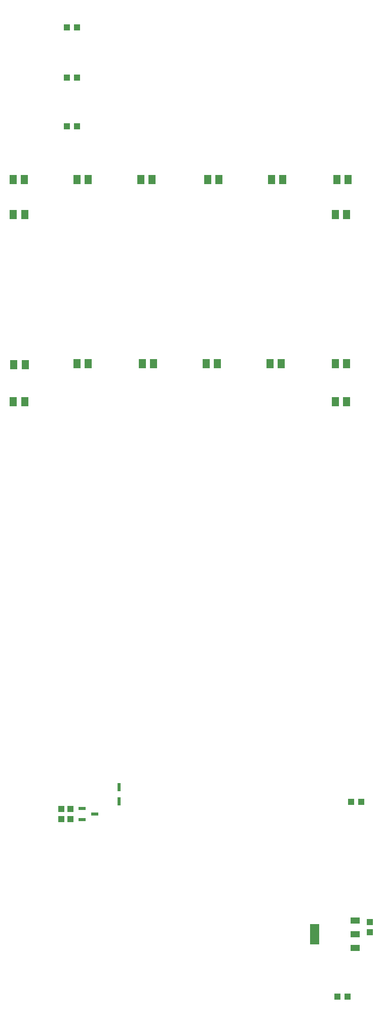
<source format=gbp>
%FSDAX24Y24*%
%MOIN*%
%SFA1B1*%

%IPPOS*%
%ADD10R,0.039400X0.043300*%
%ADD12R,0.043300X0.039400*%
%ADD13R,0.051200X0.059100*%
%ADD49R,0.021700X0.057100*%
%ADD50R,0.051200X0.023600*%
%ADD51R,0.061000X0.043300*%
%ADD52R,0.061000X0.043300*%
%ADD53R,0.061000X0.135800*%
%LNde-120824-1*%
%LPD*%
G54D10*
X035300Y018300D03*
Y017631D03*
X015000Y025735D03*
Y025065D03*
X015600D03*
Y025735D03*
G54D12*
X033835Y013400D03*
X033165D03*
X034735Y026200D03*
X034065D03*
X016035Y073800D03*
X015365D03*
X016035Y077100D03*
X015365D03*
X016035Y070600D03*
X015365D03*
G54D13*
X011852Y064800D03*
X012600D03*
X011852Y052500D03*
X012600D03*
X011826Y067100D03*
X012574D03*
X011876Y054950D03*
X012624D03*
X016026Y067100D03*
X016774D03*
X016026Y055000D03*
X016774D03*
X020226Y067100D03*
X020974D03*
X020326Y055000D03*
X021074D03*
X025374Y067100D03*
X024626D03*
X025274Y055000D03*
X024526D03*
X029574Y067100D03*
X028826D03*
X029474Y055000D03*
X028726D03*
X033874Y067100D03*
X033126D03*
X033774Y055000D03*
X033026D03*
X033774Y064800D03*
X033026D03*
X033774Y052500D03*
X033026D03*
G54D49*
X018800Y026237D03*
Y027163D03*
G54D50*
X016387Y025026D03*
Y025774D03*
X017213Y025400D03*
G54D51*
X034329Y018406D03*
G54D52*
X034329Y017500D03*
Y016594D03*
G54D53*
X031671Y017500D03*
M02*
</source>
